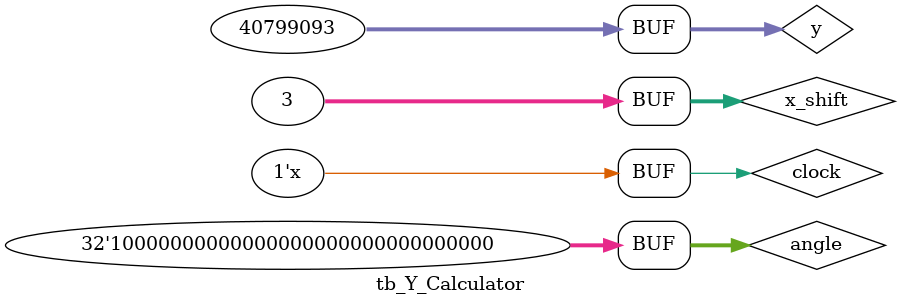
<source format=v>
`include "CONSTANTS.v"

module tb_Y_Calculator();

parameter PERIOD = 5;
parameter DELAY_BETWEEN_TESTS = 10;

reg clock;
reg [31:0] y;
reg [31:0] angle;
reg [31:0] x_shift;
wire [31:0] y_out;

Y_Calculator yc(.clock(clock), .y(y), .angle(angle), .x_shift(x_shift), .y_out(y_out));

initial 
  begin
    clock = 0;
  end

always 
  begin 
    #PERIOD clock = ~clock;
  end

initial
  begin
       y <= 32'b00110000000000000000000000000000;
       angle <= 32'b10000000000000000000000000000000;
       x_shift <= 32'b00001010000000000000000000000000;
       #DELAY_BETWEEN_TESTS
       y <= 32'b10100001000000000000000000000000;
       angle <= 32'b00000000000000000000000000000001;
       x_shift <= 32'b01001010000000000000000000000101;
       #DELAY_BETWEEN_TESTS
       y <= 32'b00000010011011101000101101110101;
       angle <= 32'b10000000000000000000000000000000;
       x_shift <= 32'b00000000000000000000000000000011;
  end

initial
  begin
    $monitor ("@", $time, "ns:   y_out = %b ", y_out);  
  end


endmodule
</source>
